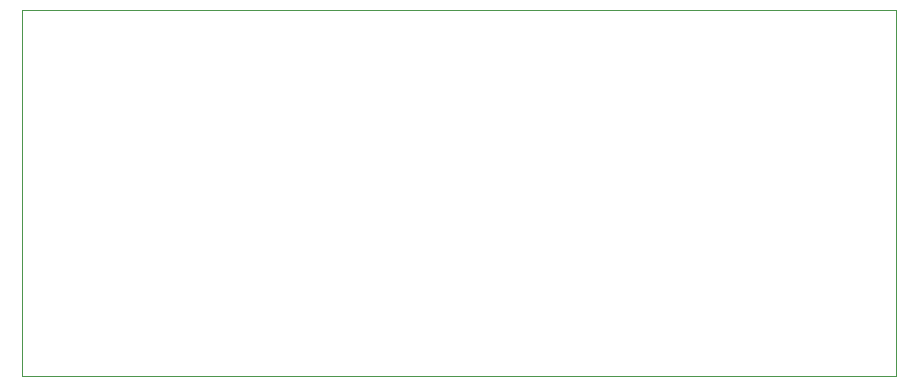
<source format=gbr>
%TF.GenerationSoftware,KiCad,Pcbnew,(7.0.0)*%
%TF.CreationDate,2023-09-21T15:04:23+02:00*%
%TF.ProjectId,hall_sensor_matrix_v2,68616c6c-5f73-4656-9e73-6f725f6d6174,rev?*%
%TF.SameCoordinates,Original*%
%TF.FileFunction,Profile,NP*%
%FSLAX46Y46*%
G04 Gerber Fmt 4.6, Leading zero omitted, Abs format (unit mm)*
G04 Created by KiCad (PCBNEW (7.0.0)) date 2023-09-21 15:04:23*
%MOMM*%
%LPD*%
G01*
G04 APERTURE LIST*
%TA.AperFunction,Profile*%
%ADD10C,0.100000*%
%TD*%
G04 APERTURE END LIST*
D10*
X73420000Y-85780000D02*
X147420000Y-85780000D01*
X147420000Y-116780000D02*
X73420000Y-116780000D01*
X73420000Y-116780000D02*
X73420000Y-85780000D01*
X147420000Y-85780000D02*
X147420000Y-116780000D01*
M02*

</source>
